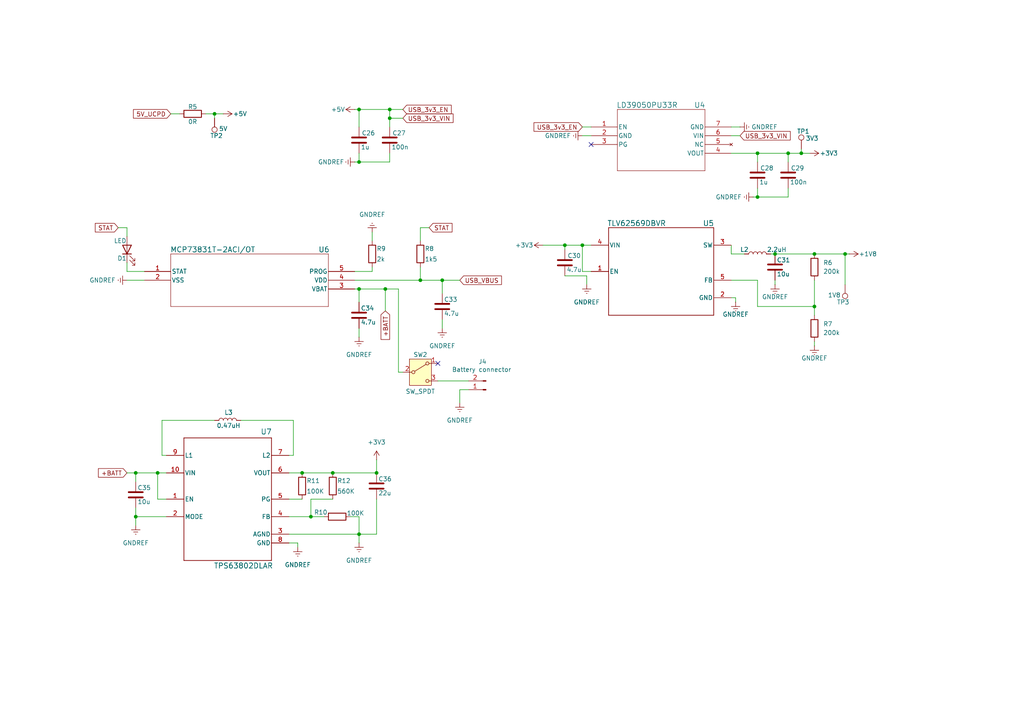
<source format=kicad_sch>
(kicad_sch (version 20250114) (generator "eeschema") (generator_version "9.0")
  (paper "A4")
  (lib_symbols
    (symbol "2026-01-26_04-25-52:LD39050PU33R" (pin_names (offset 0.254))
      (property "Reference" "U" (at 20.32 10.16 0))
      (property "Value" "LD39050PU33R" (at 20.32 7.62 0))
      (symbol "LD39050PU33R_0_1"
        (polyline (pts (xy 7.62 5.08) (xy 7.62 -12.7)) (stroke (width 0.127)))
        (polyline (pts (xy 7.62 -12.7) (xy 33.02 -12.7)) (stroke (width 0.127)))
        (polyline (pts (xy 33.02 5.08) (xy 7.62 5.08)) (stroke (width 0.127)))
        (polyline (pts (xy 33.02 -12.7) (xy 33.02 5.08)) (stroke (width 0.127)))
        (pin input line (at 0 0 0) (length 7.62) (name "EN") (number "1"))
        (pin power_in line (at 0 -2.54 0) (length 7.62) (name "GND") (number "2"))
        (pin power_in line (at 0 -5.08 0) (length 7.62) (name "PG") (number "3"))
        (pin power_in line (at 40.64 0 180) (length 7.62) (name "GND") (number "7"))
        (pin input line (at 40.64 -2.54 180) (length 7.62) (name "VIN") (number "6"))
        (pin no_connect line (at 40.64 -5.08 180) (length 7.62) (name "NC") (number "5"))
        (pin output line (at 40.64 -7.62 180) (length 7.62) (name "VOUT") (number "4"))
      )
    )
    (symbol "2026-01-26_07-03-52:TLV62569DBVR" (pin_names (offset 0.254))
      (property "Reference" "U" (at 0 2.54 0))
      (property "Value" "TLV62569DBVR" (at 0 0 0))
      (symbol "TLV62569DBVR_0_1"
        (polyline (pts (xy -15.24 12.7) (xy -15.24 -12.7)) (stroke (width 0.2032)))
        (polyline (pts (xy -15.24 -12.7) (xy 15.24 -12.7)) (stroke (width 0.2032)))
        (polyline (pts (xy 15.24 12.7) (xy -15.24 12.7)) (stroke (width 0.2032)))
        (polyline (pts (xy 15.24 -12.7) (xy 15.24 12.7)) (stroke (width 0.2032)))
        (pin power_in line (at -20.32 7.62 0) (length 5.08) (name "VIN") (number "4"))
        (pin input line (at -20.32 0 0) (length 5.08) (name "EN") (number "1"))
        (pin power_in line (at 20.32 7.62 180) (length 5.08) (name "SW") (number "3"))
        (pin input line (at 20.32 -2.54 180) (length 5.08) (name "FB") (number "5"))
        (pin power_in line (at 20.32 -7.62 180) (length 5.08) (name "GND") (number "2"))
      )
    )
    (symbol "2026-01-27_09-44-44:MCP73831T-2ACI_OT" (pin_names (offset 0.254))
      (property "Reference" "U" (at 30.48 10.16 0))
      (property "Value" "MCP73831T-2ACI/OT" (at 30.48 7.62 0))
      (symbol "MCP73831T-2ACI_OT_0_1"
        (polyline (pts (xy 7.62 5.08) (xy 7.62 -10.16)) (stroke (width 0.127)))
        (polyline (pts (xy 7.62 -10.16) (xy 53.34 -10.16)) (stroke (width 0.127)))
        (polyline (pts (xy 53.34 5.08) (xy 7.62 5.08)) (stroke (width 0.127)))
        (polyline (pts (xy 53.34 -10.16) (xy 53.34 5.08)) (stroke (width 0.127)))
        (pin unspecified line (at 0 0 0) (length 7.62) (name "STAT") (number "1"))
        (pin unspecified line (at 0 -2.54 0) (length 7.62) (name "VSS") (number "2"))
        (pin unspecified line (at 60.96 0 180) (length 7.62) (name "PROG") (number "5"))
        (pin unspecified line (at 60.96 -2.54 180) (length 7.62) (name "VDD") (number "4"))
        (pin unspecified line (at 60.96 -5.08 180) (length 7.62) (name "VBAT") (number "3"))
      )
    )
    (symbol "2026-01-27_10-03-29:TPS63802DLAR" (pin_names (offset 0.254))
      (property "Reference" "U" (at 0 2.54 0))
      (property "Value" "TPS63802DLAR" (at 0 0 0))
      (symbol "TPS63802DLAR_0_1"
        (polyline (pts (xy -12.7 17.78) (xy -12.7 -17.78)) (stroke (width 0.2032)))
        (polyline (pts (xy -12.7 -17.78) (xy 12.7 -17.78)) (stroke (width 0.2032)))
        (polyline (pts (xy 12.7 17.78) (xy -12.7 17.78)) (stroke (width 0.2032)))
        (polyline (pts (xy 12.7 -17.78) (xy 12.7 17.78)) (stroke (width 0.2032)))
        (pin unspecified line (at -17.78 12.7 0) (length 5.08) (name "L1") (number "9"))
        (pin power_in line (at -17.78 7.62 0) (length 5.08) (name "VIN") (number "10"))
        (pin input line (at -17.78 0 0) (length 5.08) (name "EN") (number "1"))
        (pin input line (at -17.78 -5.08 0) (length 5.08) (name "MODE") (number "2"))
        (pin unspecified line (at 17.78 12.7 180) (length 5.08) (name "L2") (number "7"))
        (pin power_in line (at 17.78 7.62 180) (length 5.08) (name "VOUT") (number "6"))
        (pin open_collector line (at 17.78 0 180) (length 5.08) (name "PG") (number "5"))
        (pin input line (at 17.78 -5.08 180) (length 5.08) (name "FB") (number "4"))
        (pin power_in line (at 17.78 -10.16 180) (length 5.08) (name "AGND") (number "3"))
        (pin power_in line (at 17.78 -12.7 180) (length 5.08) (name "GND") (number "8"))
      )
    )
    (symbol "Connector:Conn_01x02_Pin" (pin_names (offset 1.016) (hide yes))
      (property "Reference" "J" (at 0 2.54 0))
      (property "Value" "Conn_01x02_Pin" (at 0 -5.08 0))
      (symbol "Conn_01x02_Pin_1_1"
        (rectangle (start 0.8636 0.127) (end 0 -0.127) (stroke (width 0.1524)) (fill (type outline)))
        (rectangle (start 0.8636 -2.413) (end 0 -2.667) (stroke (width 0.1524)) (fill (type outline)))
        (polyline (pts (xy 1.27 0) (xy 0.8636 0)) (stroke (width 0.1524)))
        (polyline (pts (xy 1.27 -2.54) (xy 0.8636 -2.54)) (stroke (width 0.1524)))
        (pin passive line (at 5.08 0 180) (length 3.81) (name "Pin_1") (number "1"))
        (pin passive line (at 5.08 -2.54 180) (length 3.81) (name "Pin_2") (number "2"))
      )
    )
    (symbol "Connector:TestPoint" (pin_numbers (hide yes)) (pin_names (offset 0.762) (hide yes))
      (property "Reference" "TP" (at 0 6.858 0))
      (property "Value" "TestPoint" (at 0 5.08 0))
      (symbol "TestPoint_0_1"
        (circle (center 0 3.302) (radius 0.762))
      )
      (symbol "TestPoint_1_1"
        (pin passive line (at 0 0 90) (length 2.54) (name "1") (number "1"))
      )
    )
    (symbol "Device:C" (pin_numbers (hide yes)) (pin_names (offset 0.254))
      (property "Reference" "C" (at 0.635 2.54 0))
      (property "Value" "C" (at 0.635 -2.54 0))
      (symbol "C_0_1"
        (polyline (pts (xy -2.032 0.762) (xy 2.032 0.762)) (stroke (width 0.508)))
        (polyline (pts (xy -2.032 -0.762) (xy 2.032 -0.762)) (stroke (width 0.508)))
      )
      (symbol "C_1_1"
        (pin passive line (at 0 3.81 270) (length 2.794) (name "~") (number "1"))
        (pin passive line (at 0 -3.81 90) (length 2.794) (name "~") (number "2"))
      )
    )
    (symbol "Device:L" (pin_numbers (hide yes)) (pin_names (offset 1.016) (hide yes))
      (property "Reference" "L" (at -1.27 0 90))
      (property "Value" "L" (at 1.905 0 90))
      (symbol "L_0_1"
        (arc (start 0 2.54) (mid 0.6323 1.905) (end 0 1.27))
        (arc (start 0 1.27) (mid 0.6323 0.635) (end 0 0))
        (arc (start 0 0) (mid 0.6323 -0.635) (end 0 -1.27))
        (arc (start 0 -1.27) (mid 0.6323 -1.905) (end 0 -2.54))
      )
      (symbol "L_1_1"
        (pin passive line (at 0 3.81 270) (length 1.27) (name "1") (number "1"))
        (pin passive line (at 0 -3.81 90) (length 1.27) (name "2") (number "2"))
      )
    )
    (symbol "Device:LED" (pin_numbers (hide yes)) (pin_names (offset 1.016) (hide yes))
      (property "Reference" "D" (at 0 2.54 0))
      (property "Value" "LED" (at 0 -2.54 0))
      (symbol "LED_0_1"
        (polyline (pts (xy -3.048 -0.762) (xy -4.572 -2.286) (xy -3.81 -2.286) (xy -4.572 -2.286) (xy -4.572 -1.524)))
        (polyline (pts (xy -1.778 -0.762) (xy -3.302 -2.286) (xy -2.54 -2.286) (xy -3.302 -2.286) (xy -3.302 -1.524)))
        (polyline (pts (xy -1.27 0) (xy 1.27 0)))
        (polyline (pts (xy -1.27 -1.27) (xy -1.27 1.27)) (stroke (width 0.254)))
        (polyline (pts (xy 1.27 -1.27) (xy 1.27 1.27) (xy -1.27 0) (xy 1.27 -1.27)) (stroke (width 0.254)))
      )
      (symbol "LED_1_1"
        (pin passive line (at -3.81 0 0) (length 2.54) (name "K") (number "1"))
        (pin passive line (at 3.81 0 180) (length 2.54) (name "A") (number "2"))
      )
    )
    (symbol "Device:R" (pin_numbers (hide yes)) (pin_names (offset 0))
      (property "Reference" "R" (at 2.032 0 90))
      (property "Value" "R" (at 0 0 90))
      (symbol "R_0_1"
        (rectangle (start -1.016 -2.54) (end 1.016 2.54) (stroke (width 0.254)))
      )
      (symbol "R_1_1"
        (pin passive line (at 0 3.81 270) (length 1.27) (name "~") (number "1"))
        (pin passive line (at 0 -3.81 90) (length 1.27) (name "~") (number "2"))
      )
    )
    (symbol "Switch:SW_SPDT" (pin_names (offset 0) (hide yes))
      (property "Reference" "SW" (at 0 5.08 0))
      (property "Value" "SW_SPDT" (at 0 -5.08 0))
      (symbol "SW_SPDT_0_1"
        (circle (center -2.032 0) (radius 0.4572))
        (polyline (pts (xy -1.651 0.254) (xy 1.651 2.286)))
        (circle (center 2.032 2.54) (radius 0.4572))
        (circle (center 2.032 -2.54) (radius 0.4572))
      )
      (symbol "SW_SPDT_1_1"
        (rectangle (start -3.175 3.81) (end 3.175 -3.81) (fill (type background)))
        (pin passive line (at -5.08 0 0) (length 2.54) (name "B") (number "2"))
        (pin passive line (at 5.08 2.54 180) (length 2.54) (name "A") (number "1"))
        (pin passive line (at 5.08 -2.54 180) (length 2.54) (name "C") (number "3"))
      )
    )
    (symbol "power:+1V8" (power) (pin_numbers (hide yes)) (pin_names (offset 0) (hide yes))
      (property "Value" "+1V8" (at 0 3.556 0))
      (symbol "+1V8_0_1"
        (polyline (pts (xy -0.762 1.27) (xy 0 2.54)))
        (polyline (pts (xy 0 2.54) (xy 0.762 1.27)))
        (polyline (pts (xy 0 0) (xy 0 2.54)))
      )
      (symbol "+1V8_1_1"
        (pin power_in line (at 0 0 90) (length 0) (name "~") (number "1"))
      )
    )
    (symbol "power:+3V3" (power) (pin_numbers (hide yes)) (pin_names (offset 0) (hide yes))
      (property "Value" "+3V3" (at 0 3.556 0))
      (symbol "+3V3_0_1"
        (polyline (pts (xy -0.762 1.27) (xy 0 2.54)))
        (polyline (pts (xy 0 2.54) (xy 0.762 1.27)))
        (polyline (pts (xy 0 0) (xy 0 2.54)))
      )
      (symbol "+3V3_1_1"
        (pin power_in line (at 0 0 90) (length 0) (name "~") (number "1"))
      )
    )
    (symbol "power:+5V" (power) (pin_numbers (hide yes)) (pin_names (offset 0) (hide yes))
      (property "Value" "+5V" (at 0 3.556 0))
      (symbol "+5V_0_1"
        (polyline (pts (xy -0.762 1.27) (xy 0 2.54)))
        (polyline (pts (xy 0 2.54) (xy 0.762 1.27)))
        (polyline (pts (xy 0 0) (xy 0 2.54)))
      )
      (symbol "+5V_1_1"
        (pin power_in line (at 0 0 90) (length 0) (name "~") (number "1"))
      )
    )
    (symbol "power:GNDREF" (power) (pin_numbers (hide yes)) (pin_names (offset 0) (hide yes))
      (property "Value" "GNDREF" (at 0 -3.81 0))
      (symbol "GNDREF_0_1"
        (polyline (pts (xy -0.635 -1.905) (xy 0.635 -1.905)))
        (polyline (pts (xy -0.127 -2.54) (xy 0.127 -2.54)))
        (polyline (pts (xy 0 -1.27) (xy 0 0)))
        (polyline (pts (xy 1.27 -1.27) (xy -1.27 -1.27)))
      )
      (symbol "GNDREF_1_1"
        (pin power_in line (at 0 0 270) (length 0) (name "~") (number "1"))
      )
    )
  )
  (junction (at 96.52 137.16))
  (junction (at 219.71 44.45))
  (junction (at 104.14 31.75))
  (junction (at 113.03 31.75))
  (junction (at 39.37 149.86))
  (junction (at 39.37 137.16))
  (junction (at 128.27 81.28))
  (junction (at 87.63 137.16))
  (junction (at 228.6 44.45))
  (junction (at 245.11 73.66))
  (junction (at 90.17 149.86))
  (junction (at 219.71 57.15))
  (junction (at 62.23 33.02))
  (junction (at 111.76 83.82))
  (junction (at 104.14 154.94))
  (junction (at 163.83 71.12))
  (junction (at 236.22 88.9))
  (junction (at 113.03 34.29))
  (junction (at 121.92 81.28))
  (junction (at 104.14 83.82))
  (junction (at 109.22 137.16))
  (junction (at 104.14 46.99))
  (junction (at 45.72 137.16))
  (junction (at 232.41 44.45))
  (junction (at 224.79 73.66))
  (junction (at 168.91 71.12))
  (junction (at 236.22 73.66))
  (no_connect (at 171.45 41.91))
  (no_connect (at 127 105.41))
  (wire (pts (xy 104.14 83.82) (xy 111.76 83.82)))
  (wire (pts (xy 102.87 46.99) (xy 104.14 46.99)))
  (wire (pts (xy 236.22 81.28) (xy 236.22 88.9)))
  (wire (pts (xy 104.14 149.86) (xy 104.14 154.94)))
  (wire (pts (xy 104.14 95.25) (xy 104.14 97.79)))
  (wire (pts (xy 113.03 31.75) (xy 113.03 34.29)))
  (wire (pts (xy 86.36 157.48) (xy 83.82 157.48)))
  (wire (pts (xy 121.92 77.47) (xy 121.92 81.28)))
  (wire (pts (xy 213.36 86.36) (xy 212.09 86.36)))
  (wire (pts (xy 102.87 31.75) (xy 104.14 31.75)))
  (wire (pts (xy 128.27 92.71) (xy 128.27 95.25)))
  (wire (pts (xy 85.09 132.08) (xy 85.09 121.92)))
  (wire (pts (xy 107.95 78.74) (xy 102.87 78.74)))
  (wire (pts (xy 104.14 46.99) (xy 104.14 44.45)))
  (wire (pts (xy 224.79 73.66) (xy 223.52 73.66)))
  (wire (pts (xy 83.82 149.86) (xy 90.17 149.86)))
  (wire (pts (xy 219.71 57.15) (xy 228.6 57.15)))
  (wire (pts (xy 219.71 57.15) (xy 219.71 54.61)))
  (wire (pts (xy 232.41 44.45) (xy 234.95 44.45)))
  (wire (pts (xy 212.09 44.45) (xy 219.71 44.45)))
  (wire (pts (xy 219.71 44.45) (xy 228.6 44.45)))
  (wire (pts (xy 111.76 83.82) (xy 111.76 90.17)))
  (wire (pts (xy 224.79 81.28) (xy 224.79 82.55)))
  (wire (pts (xy 86.36 158.75) (xy 86.36 157.48)))
  (wire (pts (xy 109.22 133.35) (xy 109.22 137.16)))
  (wire (pts (xy 102.87 81.28) (xy 121.92 81.28)))
  (wire (pts (xy 36.83 78.74) (xy 36.83 76.2)))
  (wire (pts (xy 102.87 83.82) (xy 104.14 83.82)))
  (wire (pts (xy 228.6 44.45) (xy 232.41 44.45)))
  (wire (pts (xy 96.52 144.78) (xy 90.17 144.78)))
  (wire (pts (xy 115.57 83.82) (xy 111.76 83.82)))
  (wire (pts (xy 170.18 82.55) (xy 170.18 80.01)))
  (wire (pts (xy 113.03 34.29) (xy 116.84 34.29)))
  (wire (pts (xy 45.72 137.16) (xy 45.72 144.78)))
  (wire (pts (xy 236.22 88.9) (xy 236.22 91.44)))
  (wire (pts (xy 69.85 121.92) (xy 85.09 121.92)))
  (wire (pts (xy 128.27 81.28) (xy 133.35 81.28)))
  (wire (pts (xy 59.69 33.02) (xy 62.23 33.02)))
  (wire (pts (xy 163.83 71.12) (xy 163.83 72.39)))
  (wire (pts (xy 212.09 73.66) (xy 212.09 71.12)))
  (wire (pts (xy 39.37 139.7) (xy 39.37 137.16)))
  (wire (pts (xy 113.03 46.99) (xy 113.03 44.45)))
  (wire (pts (xy 39.37 137.16) (xy 45.72 137.16)))
  (wire (pts (xy 41.91 78.74) (xy 36.83 78.74)))
  (wire (pts (xy 219.71 88.9) (xy 236.22 88.9)))
  (wire (pts (xy 104.14 46.99) (xy 113.03 46.99)))
  (wire (pts (xy 121.92 66.04) (xy 121.92 69.85)))
  (wire (pts (xy 109.22 154.94) (xy 104.14 154.94)))
  (wire (pts (xy 83.82 137.16) (xy 87.63 137.16)))
  (wire (pts (xy 213.36 87.63) (xy 213.36 86.36)))
  (wire (pts (xy 62.23 121.92) (xy 46.99 121.92)))
  (wire (pts (xy 46.99 132.08) (xy 48.26 132.08)))
  (wire (pts (xy 49.53 33.02) (xy 52.07 33.02)))
  (wire (pts (xy 127 110.49) (xy 135.89 110.49)))
  (wire (pts (xy 39.37 147.32) (xy 39.37 149.86)))
  (wire (pts (xy 104.14 31.75) (xy 113.03 31.75)))
  (wire (pts (xy 168.91 39.37) (xy 171.45 39.37)))
  (wire (pts (xy 34.29 66.04) (xy 36.83 66.04)))
  (wire (pts (xy 104.14 31.75) (xy 104.14 36.83)))
  (wire (pts (xy 245.11 73.66) (xy 245.11 82.55)))
  (wire (pts (xy 39.37 149.86) (xy 48.26 149.86)))
  (wire (pts (xy 96.52 137.16) (xy 109.22 137.16)))
  (wire (pts (xy 85.09 132.08) (xy 83.82 132.08)))
  (wire (pts (xy 83.82 144.78) (xy 87.63 144.78)))
  (wire (pts (xy 218.44 57.15) (xy 219.71 57.15)))
  (wire (pts (xy 90.17 144.78) (xy 90.17 149.86)))
  (wire (pts (xy 39.37 149.86) (xy 39.37 152.4)))
  (wire (pts (xy 128.27 81.28) (xy 128.27 85.09)))
  (wire (pts (xy 212.09 81.28) (xy 219.71 81.28)))
  (wire (pts (xy 219.71 44.45) (xy 219.71 46.99)))
  (wire (pts (xy 107.95 77.47) (xy 107.95 78.74)))
  (wire (pts (xy 36.83 66.04) (xy 36.83 68.58)))
  (wire (pts (xy 62.23 33.02) (xy 64.77 33.02)))
  (wire (pts (xy 113.03 31.75) (xy 116.84 31.75)))
  (wire (pts (xy 170.18 80.01) (xy 163.83 80.01)))
  (wire (pts (xy 107.95 67.31) (xy 107.95 69.85)))
  (wire (pts (xy 109.22 144.78) (xy 109.22 154.94)))
  (wire (pts (xy 232.41 44.45) (xy 232.41 43.18)))
  (wire (pts (xy 83.82 154.94) (xy 104.14 154.94)))
  (wire (pts (xy 87.63 137.16) (xy 96.52 137.16)))
  (wire (pts (xy 45.72 144.78) (xy 48.26 144.78)))
  (wire (pts (xy 104.14 87.63) (xy 104.14 83.82)))
  (wire (pts (xy 236.22 99.06) (xy 236.22 100.33)))
  (wire (pts (xy 168.91 78.74) (xy 171.45 78.74)))
  (wire (pts (xy 115.57 107.95) (xy 115.57 83.82)))
  (wire (pts (xy 36.83 81.28) (xy 41.91 81.28)))
  (wire (pts (xy 124.46 66.04) (xy 121.92 66.04)))
  (wire (pts (xy 62.23 33.02) (xy 62.23 34.29)))
  (wire (pts (xy 45.72 137.16) (xy 48.26 137.16)))
  (wire (pts (xy 121.92 81.28) (xy 128.27 81.28)))
  (wire (pts (xy 212.09 36.83) (xy 214.63 36.83)))
  (wire (pts (xy 224.79 73.66) (xy 236.22 73.66)))
  (wire (pts (xy 236.22 73.66) (xy 245.11 73.66)))
  (wire (pts (xy 133.35 116.84) (xy 133.35 113.03)))
  (wire (pts (xy 228.6 57.15) (xy 228.6 54.61)))
  (wire (pts (xy 212.09 39.37) (xy 214.63 39.37)))
  (wire (pts (xy 168.91 71.12) (xy 168.91 78.74)))
  (wire (pts (xy 104.14 157.48) (xy 104.14 154.94)))
  (wire (pts (xy 133.35 113.03) (xy 135.89 113.03)))
  (wire (pts (xy 113.03 34.29) (xy 113.03 36.83)))
  (wire (pts (xy 90.17 149.86) (xy 93.98 149.86)))
  (wire (pts (xy 168.91 36.83) (xy 171.45 36.83)))
  (wire (pts (xy 245.11 73.66) (xy 246.38 73.66)))
  (wire (pts (xy 219.71 81.28) (xy 219.71 88.9)))
  (wire (pts (xy 168.91 71.12) (xy 171.45 71.12)))
  (wire (pts (xy 215.9 73.66) (xy 212.09 73.66)))
  (wire (pts (xy 46.99 121.92) (xy 46.99 132.08)))
  (wire (pts (xy 157.48 71.12) (xy 163.83 71.12)))
  (wire (pts (xy 228.6 44.45) (xy 228.6 46.99)))
  (wire (pts (xy 104.14 149.86) (xy 101.6 149.86)))
  (wire (pts (xy 163.83 71.12) (xy 168.91 71.12)))
  (wire (pts (xy 36.83 137.16) (xy 39.37 137.16)))
  (wire (pts (xy 115.57 107.95) (xy 116.84 107.95)))
  (global_label "USB_3v3_VIN" (shape input) (at 116.84 34.29 0) (property "Intersheetrefs" "${INTERSHEET_REFS}" (effects (hide yes))))
  (global_label "+BATT" (shape input) (at 111.76 90.17 270) (property "Intersheetrefs" "${INTERSHEET_REFS}" (effects (hide yes))))
  (global_label "5V_UCPD" (shape input) (at 49.53 33.02 180) (property "Intersheetrefs" "${INTERSHEET_REFS}" (effects (hide yes))))
  (global_label "STAT" (shape input) (at 34.29 66.04 180) (property "Intersheetrefs" "${INTERSHEET_REFS}" (effects (hide yes))))
  (global_label "USB_3v3_VIN" (shape input) (at 214.63 39.37 0) (property "Intersheetrefs" "${INTERSHEET_REFS}" (effects (hide yes))))
  (global_label "USB_VBUS" (shape input) (at 133.35 81.28 0) (property "Intersheetrefs" "${INTERSHEET_REFS}" (effects (hide yes))))
  (global_label "USB_3v3_EN" (shape input) (at 116.84 31.75 0) (property "Intersheetrefs" "${INTERSHEET_REFS}" (effects (hide yes))))
  (global_label "USB_3v3_EN" (shape input) (at 168.91 36.83 180) (property "Intersheetrefs" "${INTERSHEET_REFS}" (effects (hide yes))))
  (global_label "STAT" (shape input) (at 124.46 66.04 0) (property "Intersheetrefs" "${INTERSHEET_REFS}" (effects (hide yes))))
  (global_label "+BATT" (shape input) (at 36.83 137.16 180) (property "Intersheetrefs" "${INTERSHEET_REFS}" (effects (hide yes))))
  (symbol (lib_id "Device:C") (at 104.14 40.64 180) (unit 1)
    (property "Reference" "C26" (at 104.902 38.608 0) (effects (justify right)))
    (property "Value" "1u" (at 104.648 42.672 0) (effects (justify right)))
    (property "Description" "Unpolarized capacitor" (effects (hide yes)))
  )
  (symbol (lib_id "power:GNDREF") (at 213.36 87.63 0) (unit 1)
    (property "Reference" "#PWR067" (effects (hide yes)))
    (property "Value" "GNDREF" (at 213.36 91.186 0))
    (property "Description" "Power symbol creates a global label with name \"GNDREF\" , reference supply ground" (effects (hide yes)))
  )
  (symbol (lib_id "power:+1V8") (at 246.38 73.66 270) (unit 1)
    (property "Reference" "#PWR041" (effects (hide yes)))
    (property "Value" "+1V8" (at 251.714 73.66 90))
    (property "Description" "Power symbol creates a global label with name \"+1V8\"" (effects (hide yes)))
  )
  (symbol (lib_id "power:GNDREF") (at 224.79 82.55 0) (unit 1)
    (property "Reference" "#PWR042" (effects (hide yes)))
    (property "Value" "GNDREF" (at 224.79 86.106 0))
    (property "Description" "Power symbol creates a global label with name \"GNDREF\" , reference supply ground" (effects (hide yes)))
  )
  (symbol (lib_id "Device:C") (at 109.22 140.97 180) (unit 1)
    (property "Reference" "C36" (at 109.728 138.938 0) (effects (justify right)))
    (property "Value" "22u" (at 109.728 143.002 0) (effects (justify right)))
    (property "Description" "Unpolarized capacitor" (effects (hide yes)))
  )
  (symbol (lib_id "Device:C") (at 163.83 76.2 180) (unit 1)
    (property "Reference" "C30" (at 164.592 74.168 0) (effects (justify right)))
    (property "Value" "4.7u" (at 164.338 78.232 0) (effects (justify right)))
    (property "Description" "Unpolarized capacitor" (effects (hide yes)))
  )
  (symbol (lib_id "power:GNDREF") (at 39.37 152.4 0) (unit 1)
    (property "Reference" "#PWR049" (effects (hide yes)))
    (property "Value" "GNDREF" (at 39.37 157.48 0))
    (property "Description" "Power symbol creates a global label with name \"GNDREF\" , reference supply ground" (effects (hide yes)))
  )
  (symbol (lib_id "power:+3V3") (at 234.95 44.45 270) (unit 1)
    (property "Reference" "#PWR037" (effects (hide yes)))
    (property "Value" "+3V3" (at 237.744 44.45 90) (effects (justify left)))
    (property "Description" "Power symbol creates a global label with name \"+3V3\"" (effects (hide yes)))
  )
  (symbol (lib_id "power:GNDREF") (at 102.87 46.99 270) (mirror x) (unit 1)
    (property "Reference" "#PWR036" (effects (hide yes)))
    (property "Value" "GNDREF" (at 99.822 46.99 90) (effects (justify right)))
    (property "Description" "Power symbol creates a global label with name \"GNDREF\" , reference supply ground" (effects (hide yes)))
  )
  (symbol (lib_id "power:GNDREF") (at 104.14 157.48 0) (unit 1)
    (property "Reference" "#PWR051" (effects (hide yes)))
    (property "Value" "GNDREF" (at 104.14 162.56 0))
    (property "Description" "Power symbol creates a global label with name \"GNDREF\" , reference supply ground" (effects (hide yes)))
  )
  (symbol (lib_id "Device:C") (at 39.37 143.51 180) (unit 1)
    (property "Reference" "C35" (at 39.878 141.478 0) (effects (justify right)))
    (property "Value" "10u" (at 39.878 145.542 0) (effects (justify right)))
    (property "Description" "Unpolarized capacitor" (effects (hide yes)))
  )
  (symbol (lib_id "power:GNDREF") (at 104.14 97.79 0) (unit 1)
    (property "Reference" "#PWR047" (effects (hide yes)))
    (property "Value" "GNDREF" (at 104.14 102.87 0))
    (property "Description" "Power symbol creates a global label with name \"GNDREF\" , reference supply ground" (effects (hide yes)))
  )
  (symbol (lib_id "Device:L") (at 219.71 73.66 90) (unit 1)
    (property "Reference" "L2" (at 215.9 72.39 90))
    (property "Value" "2.2uH" (at 225.298 72.39 90))
    (property "Description" "Inductor" (effects (hide yes)))
  )
  (symbol (lib_id "Device:R") (at 236.22 77.47 0) (unit 1)
    (property "Reference" "R6" (at 238.76 76.1999 0) (effects (justify left)))
    (property "Value" "200k" (at 238.76 78.7399 0) (effects (justify left)))
    (property "Description" "Resistor" (effects (hide yes)))
  )
  (symbol (lib_id "2026-01-26_04-25-52:LD39050PU33R") (at 171.45 36.83 0) (unit 1)
    (property "Reference" "U4" (at 202.946 30.48 0) (effects (font (size 1.524 1.524))))
    (property "Value" "LD39050PU33R" (at 187.706 30.48 0) (effects (font (size 1.524 1.524))))
    (property "Footprint" "DFN6_3X3_STM" (effects (hide yes)))
    (property "Datasheet" "https://www.st.com/resource/en/datasheet/ld39050.pdf" (effects (hide yes)))
  )
  (symbol (lib_id "power:GNDREF") (at 168.91 39.37 270) (mirror x) (unit 1)
    (property "Reference" "#PWR034" (effects (hide yes)))
    (property "Value" "GNDREF" (at 165.608 39.37 90) (effects (justify right)))
    (property "Description" "Power symbol creates a global label with name \"GNDREF\" , reference supply ground" (effects (hide yes)))
  )
  (symbol (lib_id "power:GNDREF") (at 107.95 67.31 180) (unit 1)
    (property "Reference" "#PWR046" (effects (hide yes)))
    (property "Value" "GNDREF" (at 107.95 62.23 0))
    (property "Description" "Power symbol creates a global label with name \"GNDREF\" , reference supply ground" (effects (hide yes)))
  )
  (symbol (lib_id "2026-01-27_09-44-44:MCP73831T-2ACI_OT") (at 41.91 78.74 0) (unit 1)
    (property "Reference" "U6" (at 93.98 72.39 0) (effects (font (size 1.524 1.524))))
    (property "Value" "MCP73831T-2ACI/OT" (at 61.722 72.39 0) (effects (font (size 1.524 1.524))))
    (property "Footprint" "SOT-23-5_MC_MCH" (effects (hide yes)))
    (property "Datasheet" "MCP73831T-2ACI/OT" (effects (hide yes)))
  )
  (symbol (lib_id "Device:R") (at 236.22 95.25 0) (unit 1)
    (property "Reference" "R7" (at 238.76 93.9799 0) (effects (justify left)))
    (property "Value" "200k" (at 238.76 96.5199 0) (effects (justify left)))
    (property "Description" "Resistor" (effects (hide yes)))
  )
  (symbol (lib_id "Device:C") (at 113.03 40.64 180) (unit 1)
    (property "Reference" "C27" (at 113.792 38.608 0) (effects (justify right)))
    (property "Value" "100n" (at 113.538 42.672 0) (effects (justify right)))
    (property "Description" "Unpolarized capacitor" (effects (hide yes)))
  )
  (symbol (lib_id "power:GNDREF") (at 218.44 57.15 270) (mirror x) (unit 1)
    (property "Reference" "#PWR038" (effects (hide yes)))
    (property "Value" "GNDREF" (at 215.138 57.15 90) (effects (justify right)))
    (property "Description" "Power symbol creates a global label with name \"GNDREF\" , reference supply ground" (effects (hide yes)))
  )
  (symbol (lib_id "Device:R") (at 96.52 140.97 0) (unit 1)
    (property "Reference" "R12" (at 97.79 139.446 0) (effects (justify left)))
    (property "Value" "560K" (at 97.79 142.494 0) (effects (justify left)))
    (property "Description" "Resistor" (effects (hide yes)))
  )
  (symbol (lib_id "power:+5V") (at 64.77 33.02 270) (unit 1)
    (property "Reference" "#PWR032" (effects (hide yes)))
    (property "Value" "+5V" (at 67.564 33.02 90) (effects (justify left)))
    (property "Description" "Power symbol creates a global label with name \"+5V\"" (effects (hide yes)))
  )
  (symbol (lib_id "power:GNDREF") (at 128.27 95.25 0) (unit 1)
    (property "Reference" "#PWR044" (effects (hide yes)))
    (property "Value" "GNDREF" (at 128.27 100.33 0))
    (property "Description" "Power symbol creates a global label with name \"GNDREF\" , reference supply ground" (effects (hide yes)))
  )
  (symbol (lib_id "Device:C") (at 228.6 50.8 180) (unit 1)
    (property "Reference" "C29" (at 229.362 48.768 0) (effects (justify right)))
    (property "Value" "100n" (at 229.108 52.832 0) (effects (justify right)))
    (property "Description" "Unpolarized capacitor" (effects (hide yes)))
  )
  (symbol (lib_id "2026-01-26_07-03-52:TLV62569DBVR") (at 191.77 78.74 0) (unit 1)
    (property "Reference" "U5" (at 205.486 64.77 0) (effects (font (size 1.524 1.524))))
    (property "Value" "TLV62569DBVR" (at 184.658 64.77 0) (effects (font (size 1.524 1.524))))
    (property "Footprint" "DBV0005A_N" (effects (hide yes)))
    (property "Datasheet" "https://www.ti.com/lit/gpn/tlv62569" (effects (hide yes)))
  )
  (symbol (lib_id "power:GNDREF") (at 36.83 81.28 270) (mirror x) (unit 1)
    (property "Reference" "#PWR045" (effects (hide yes)))
    (property "Value" "GNDREF" (at 33.528 81.28 90) (effects (justify right)))
    (property "Description" "Power symbol creates a global label with name \"GNDREF\" , reference supply ground" (effects (hide yes)))
  )
  (symbol (lib_id "power:+3V3") (at 157.48 71.12 90) (mirror x) (unit 1)
    (property "Reference" "#PWR039" (effects (hide yes)))
    (property "Value" "+3V3" (at 154.686 71.12 90) (effects (justify left)))
    (property "Description" "Power symbol creates a global label with name \"+3V3\"" (effects (hide yes)))
  )
  (symbol (lib_id "power:GNDREF") (at 170.18 82.55 0) (unit 1)
    (property "Reference" "#PWR040" (effects (hide yes)))
    (property "Value" "GNDREF" (at 170.18 87.63 0))
    (property "Description" "Power symbol creates a global label with name \"GNDREF\" , reference supply ground" (effects (hide yes)))
  )
  (symbol (lib_id "Connector:TestPoint") (at 245.11 82.55 180) (unit 1)
    (property "Reference" "TP3" (at 246.38 87.63 0) (effects (justify left)))
    (property "Value" "1V8" (at 243.84 85.598 0) (effects (justify left)))
    (property "Description" "test point" (effects (hide yes)))
  )
  (symbol (lib_id "power:GNDREF") (at 86.36 158.75 0) (unit 1)
    (property "Reference" "#PWR050" (effects (hide yes)))
    (property "Value" "GNDREF" (at 86.36 163.83 0))
    (property "Description" "Power symbol creates a global label with name \"GNDREF\" , reference supply ground" (effects (hide yes)))
  )
  (symbol (lib_id "Connector:TestPoint") (at 232.41 43.18 0) (unit 1)
    (property "Reference" "TP1" (at 231.14 38.1 0) (effects (justify left)))
    (property "Value" "3V3" (at 233.68 40.132 0) (effects (justify left)))
    (property "Description" "test point" (effects (hide yes)))
  )
  (symbol (lib_id "Device:C") (at 219.71 50.8 180) (unit 1)
    (property "Reference" "C28" (at 220.472 48.768 0) (effects (justify right)))
    (property "Value" "1u" (at 220.218 52.832 0) (effects (justify right)))
    (property "Description" "Unpolarized capacitor" (effects (hide yes)))
  )
  (symbol (lib_id "power:GNDREF") (at 214.63 36.83 90) (unit 1)
    (property "Reference" "#PWR033" (effects (hide yes)))
    (property "Value" "GNDREF" (at 217.932 36.83 90) (effects (justify right)))
    (property "Description" "Power symbol creates a global label with name \"GNDREF\" , reference supply ground" (effects (hide yes)))
  )
  (symbol (lib_id "Device:R") (at 97.79 149.86 90) (unit 1)
    (property "Reference" "R10" (at 94.996 148.59 90) (effects (justify left)))
    (property "Value" "100K" (at 105.664 148.844 90) (effects (justify left)))
    (property "Description" "Resistor" (effects (hide yes)))
  )
  (symbol (lib_id "Device:R") (at 121.92 73.66 0) (unit 1)
    (property "Reference" "R8" (at 123.19 72.136 0) (effects (justify left)))
    (property "Value" "1k5" (at 123.19 75.184 0) (effects (justify left)))
    (property "Description" "Resistor" (effects (hide yes)))
  )
  (symbol (lib_id "Device:LED") (at 36.83 72.39 90) (unit 1)
    (property "Reference" "D1" (at 34.036 74.93 90) (effects (justify right)))
    (property "Value" "LED" (at 33.02 69.85 90) (effects (justify right)))
    (property "Description" "Light emitting diode" (effects (hide yes)))
    (property "Sim.Pins" "1=K 2=A" (effects (hide yes)))
  )
  (symbol (lib_id "power:+5V") (at 102.87 31.75 90) (mirror x) (unit 1)
    (property "Reference" "#PWR035" (effects (hide yes)))
    (property "Value" "+5V" (at 100.076 31.75 90) (effects (justify left)))
    (property "Description" "Power symbol creates a global label with name \"+5V\"" (effects (hide yes)))
  )
  (symbol (lib_id "Device:R") (at 55.88 33.02 90) (unit 1)
    (property "Reference" "R5" (at 55.88 30.988 90))
    (property "Value" "0R" (at 55.88 35.306 90))
    (property "Description" "Resistor" (effects (hide yes)))
  )
  (symbol (lib_id "2026-01-27_10-03-29:TPS63802DLAR") (at 66.04 144.78 0) (unit 1)
    (property "Reference" "U7" (at 77.216 125.222 0) (effects (font (size 1.524 1.524))))
    (property "Value" "TPS63802DLAR" (at 70.612 164.084 0) (effects (font (size 1.524 1.524))))
    (property "Footprint" "DLA0010A" (effects (hide yes)))
    (property "Datasheet" "https://www.ti.com/lit/gpn/tps63802" (effects (hide yes)))
  )
  (symbol (lib_id "Device:R") (at 87.63 140.97 0) (unit 1)
    (property "Reference" "R11" (at 88.9 139.446 0) (effects (justify left)))
    (property "Value" "100K" (at 88.9 142.494 0) (effects (justify left)))
    (property "Description" "Resistor" (effects (hide yes)))
  )
  (symbol (lib_id "power:GNDREF") (at 133.35 116.84 0) (unit 1)
    (property "Reference" "#PWR048" (effects (hide yes)))
    (property "Value" "GNDREF" (at 133.35 121.92 0))
    (property "Description" "Power symbol creates a global label with name \"GNDREF\" , reference supply ground" (effects (hide yes)))
  )
  (symbol (lib_id "Device:C") (at 224.79 77.47 180) (unit 1)
    (property "Reference" "C31" (at 225.298 75.438 0) (effects (justify right)))
    (property "Value" "10u" (at 225.298 79.502 0) (effects (justify right)))
    (property "Description" "Unpolarized capacitor" (effects (hide yes)))
  )
  (symbol (lib_id "Device:L") (at 66.04 121.92 90) (unit 1)
    (property "Reference" "L3" (at 66.294 119.634 90))
    (property "Value" "0.47uH" (at 66.294 123.444 90))
    (property "Description" "Inductor" (effects (hide yes)))
  )
  (symbol (lib_id "Connector:Conn_01x02_Pin") (at 140.97 113.03 180) (unit 1)
    (property "Reference" "J4" (at 139.954 104.902 0))
    (property "Value" "Battery connector" (at 139.7 107.188 0))
    (property "Description" "Generic connector, single row, 01x02, script generated" (effects (hide yes)))
  )
  (symbol (lib_id "Device:C") (at 128.27 88.9 180) (unit 1)
    (property "Reference" "C33" (at 128.778 86.868 0) (effects (justify right)))
    (property "Value" "4.7u" (at 128.778 90.932 0) (effects (justify right)))
    (property "Description" "Unpolarized capacitor" (effects (hide yes)))
  )
  (symbol (lib_id "Switch:SW_SPDT") (at 121.92 107.95 0) (unit 1)
    (property "Reference" "SW2" (at 121.92 102.87 0))
    (property "Value" "SW_SPDT" (at 121.92 113.538 0))
    (property "Description" "Switch, single pole double throw" (effects (hide yes)))
  )
  (symbol (lib_id "Device:R") (at 107.95 73.66 0) (unit 1)
    (property "Reference" "R9" (at 109.22 72.136 0) (effects (justify left)))
    (property "Value" "2k" (at 109.22 75.184 0) (effects (justify left)))
    (property "Description" "Resistor" (effects (hide yes)))
  )
  (symbol (lib_id "power:+3V3") (at 109.22 133.35 0) (unit 1)
    (property "Reference" "#PWR052" (effects (hide yes)))
    (property "Value" "+3V3" (at 109.22 128.27 0))
    (property "Description" "Power symbol creates a global label with name \"+3V3\"" (effects (hide yes)))
  )
  (symbol (lib_id "Connector:TestPoint") (at 62.23 34.29 0) (mirror x) (unit 1)
    (property "Reference" "TP2" (at 60.96 39.37 0) (effects (justify left)))
    (property "Value" "5V" (at 63.5 37.338 0) (effects (justify left)))
    (property "Description" "test point" (effects (hide yes)))
  )
  (symbol (lib_id "Device:C") (at 104.14 91.44 180) (unit 1)
    (property "Reference" "C34" (at 104.648 89.408 0) (effects (justify right)))
    (property "Value" "4.7u" (at 104.648 93.472 0) (effects (justify right)))
    (property "Description" "Unpolarized capacitor" (effects (hide yes)))
  )
  (symbol (lib_id "power:GNDREF") (at 236.22 100.33 0) (unit 1)
    (property "Reference" "#PWR068" (effects (hide yes)))
    (property "Value" "GNDREF" (at 236.22 103.886 0))
    (property "Description" "Power symbol creates a global label with name \"GNDREF\" , reference supply ground" (effects (hide yes)))
  )
)
</source>
